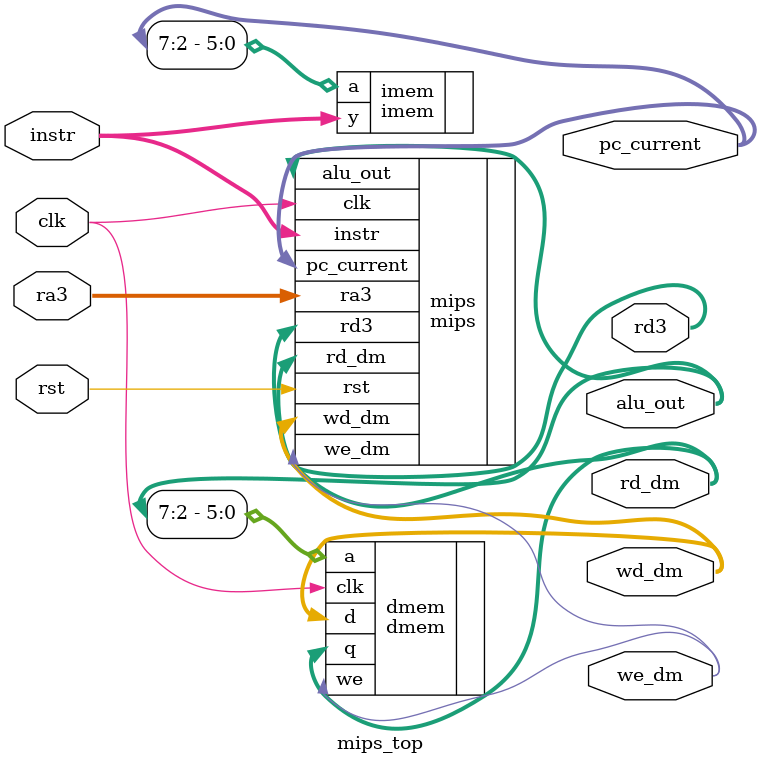
<source format=v>
module mips_top(
		input wire			clk,
		input wire			rst,
		input wire [4:0]	ra3,
		input wire [31:0] 	instr,
		output wire			we_dm,
		output wire [31:0]	rd_dm,
		output wire [31:0]	pc_current,
		output wire [31:0]	alu_out,
		output wire [31:0]	wd_dm,
		output wire [31:0]	rd3
		);
    wire [31:0] DONT_USE;
    mips mips (
    	.clk		(clk),
    	.rst		(rst),
    	.ra3		(ra3),
    	.instr		(instr),
    	.rd_dm		(rd_dm),
    	.we_dm		(we_dm),
    	.pc_current	(pc_current),
    	.alu_out 	(alu_out),
    	.wd_dm		(wd_dm),
    	.rd3		(rd3)
    	);
    
    
    imem imem (
    	.a			(pc_current[7:2]),
    	.y			(instr)
		);
    dmem dmem (
    	.clk	(clk),
    	.we		(we_dm),
    	.a		(alu_out[7:2]),
    	.d		(wd_dm),
    	.q		(rd_dm)
    	);
endmodule
</source>
